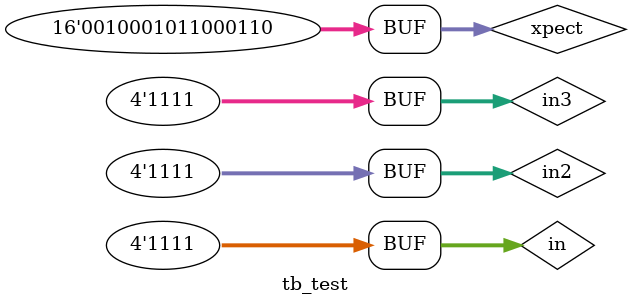
<source format=v>
`timescale 1ns/1ps
module tb_test();
   reg [3:0] in;
   wire [6:0] out;
   integer i;
   reg [0:15] xpect = {{7'b0110000}, {7'b0110001}, {7'b0110010}, {7'b0110011}, {7'b0110100}, {7'b0110101}, {7'b0110110}, {7'b0110111}, {7'b0111000}, {7'b0111001}, {7'b1000001}, {7'b1000010}, {7'b1000011}, {7'b1000100}, {7'b1000101}, {7'b1000110}}; 

hex2ascii_struct structal(.a(in), .b(out));

task print_struct; // print the structural model 
      $display("<Structural Model> \n");
for(i=0; i<=15; i=i+1) begin
   if(out == xpect[i])
      $display("[%0d] 0b%b 0b%d", i+1, out, xpect[i]);
   else 
      $display("error");
end
endtask

initial begin
   in = 4'b0000;
   #10
   in = 4'b0001;
   #10
   in = 4'b0010;
   #10
   in = 4'b0011;
   #10
   in = 4'b0100;
   #10
   in = 4'b0101;
   #10
   in = 4'b0110;
   #10
   in = 4'b0111;
   #10
   in = 4'b1000;
   #10
   in = 4'b1001;
   #10
   in = 4'b1010;
   #10
   in = 4'b1011;
   #10
   in = 4'b1100;
   #10
   in = 4'b1101;
   #10
   in = 4'b1110;
   #10
   in = 4'b1111;

end

   reg [3:0] in2;
   wire [6:0] out2;

hex2ascii_df dataflow (.c(in2), .d(out2));

task print_dataflow; // print the dataflow model
      $display("<Dataflow Model> \n");
for(i=16; i<=31; i=i+1) begin
   if(out == xpect[i-16])
      $display("[%0d] 0b%b 0b%d", i+1, out, xpect[i-16]);
   else
      $display("error");
end
endtask


initial begin
   in2 = 4'b0000;
   #10
   in2 = 4'b0001;
   #10
   in2 = 4'b0010;
   #10
   in2 = 4'b0011;
   #10
   in2 = 4'b0100;
   #10
   in2 = 4'b0101;
   #10
   in2 = 4'b0110;
   #10
   in2 = 4'b0111;
   #10
   in2 = 4'b1000;
   #10
   in2 = 4'b1001;
   #10
   in2 = 4'b1010;
   #10
   in2 = 4'b1011;
   #10
   in2 = 4'b1100;
   #10
   in2 = 4'b1101;
   #10
   in2 = 4'b1110;
   #10
   in2 = 4'b1111;

end

   reg [3:0] in3;
   wire [6:0] out3;

hex2ascii_bh behavioral (.e(in3), .f(out3));

task print_behavioral; // print the behavioral model
      $display("<Behavioral Model> \n");
	for (i=32; i<=47; i=i+1) begin
  	 if(out == xpect[i-32])
    	  $display("[%0d] 0b%b 0b%d", i+1, out, xpect[i-32]);
   	 else
     	 $display("error");
	end
endtask

initial begin
   in3 = 4'b0000;
   #10
   in3 = 4'b0001;
   #10
   in3 = 4'b0010;
   #10
   in3 = 4'b0011;
   #10
   in3 = 4'b0100;
   #10
   in3 = 4'b0101;
   #10
   in3 = 4'b0110;
   #10
   in3 = 4'b0111;
   #10
   in3 = 4'b1000;
   #10
   in3 = 4'b1001;
   #10
   in3 = 4'b1010;
   #10
   in3 = 4'b1011;
   #10
   in3 = 4'b1100;
   #10
   in3 = 4'b1101;
   #10
   in3 = 4'b1110;
   #10
   in3 = 4'b1111;

end
endmodule

</source>
